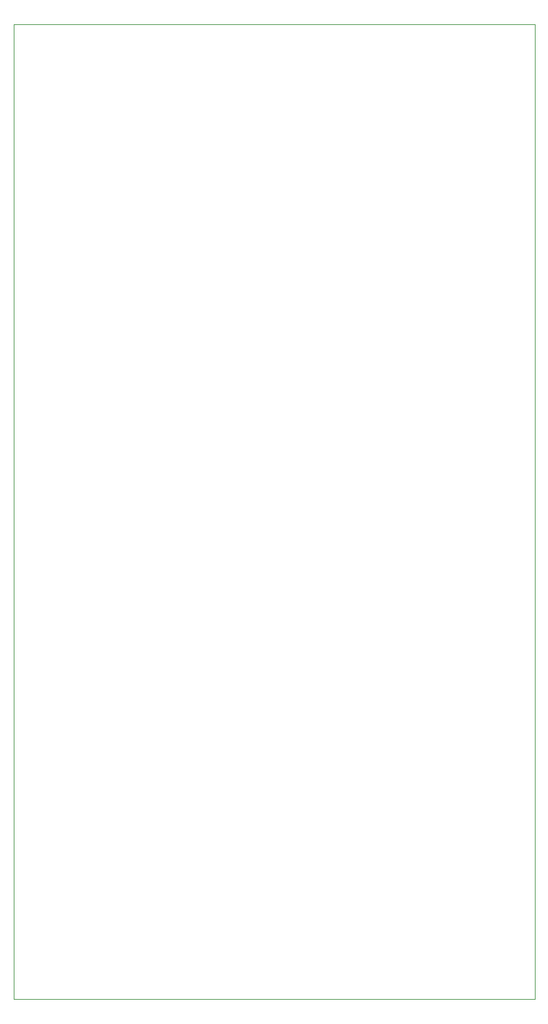
<source format=gbr>
%TF.GenerationSoftware,KiCad,Pcbnew,7.0.9*%
%TF.CreationDate,2023-12-04T17:48:11-03:00*%
%TF.ProjectId,aussistente,61757373-6973-4746-956e-74652e6b6963,1*%
%TF.SameCoordinates,Original*%
%TF.FileFunction,Profile,NP*%
%FSLAX46Y46*%
G04 Gerber Fmt 4.6, Leading zero omitted, Abs format (unit mm)*
G04 Created by KiCad (PCBNEW 7.0.9) date 2023-12-04 17:48:11*
%MOMM*%
%LPD*%
G01*
G04 APERTURE LIST*
%TA.AperFunction,Profile*%
%ADD10C,0.100000*%
%TD*%
G04 APERTURE END LIST*
D10*
X80010000Y-39370000D02*
X147320000Y-39370000D01*
X147320000Y-165100000D01*
X80010000Y-165100000D01*
X80010000Y-39370000D01*
M02*

</source>
